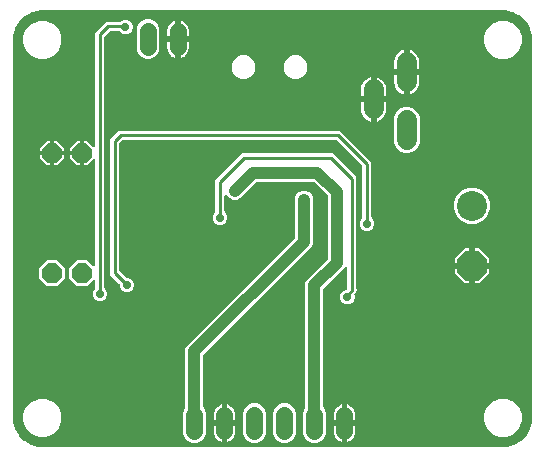
<source format=gbr>
G04 EAGLE Gerber RS-274X export*
G75*
%MOMM*%
%FSLAX34Y34*%
%LPD*%
%INBottom Copper*%
%IPPOS*%
%AMOC8*
5,1,8,0,0,1.08239X$1,22.5*%
G01*
%ADD10P,1.814519X8X292.500000*%
%ADD11C,2.540000*%
%ADD12P,2.749271X8X292.500000*%
%ADD13C,1.706400*%
%ADD14C,1.406400*%
%ADD15C,0.254000*%
%ADD16C,0.703200*%
%ADD17C,1.016000*%

G36*
X420021Y5083D02*
X420021Y5083D01*
X420083Y5083D01*
X423170Y5286D01*
X423213Y5294D01*
X423258Y5295D01*
X423415Y5326D01*
X429379Y6924D01*
X429458Y6957D01*
X429541Y6980D01*
X429664Y7040D01*
X429673Y7044D01*
X429677Y7047D01*
X429685Y7051D01*
X435032Y10138D01*
X435100Y10190D01*
X435174Y10233D01*
X435277Y10324D01*
X435285Y10330D01*
X435288Y10334D01*
X435295Y10340D01*
X439660Y14705D01*
X439713Y14773D01*
X439773Y14834D01*
X439849Y14948D01*
X439855Y14957D01*
X439857Y14961D01*
X439862Y14968D01*
X442949Y20315D01*
X442982Y20394D01*
X443024Y20468D01*
X443068Y20598D01*
X443072Y20608D01*
X443073Y20613D01*
X443076Y20621D01*
X444674Y26585D01*
X444680Y26628D01*
X444694Y26670D01*
X444714Y26830D01*
X444917Y29917D01*
X444915Y29938D01*
X444919Y30000D01*
X444919Y350000D01*
X444917Y350021D01*
X444917Y350083D01*
X444714Y353170D01*
X444706Y353213D01*
X444705Y353258D01*
X444674Y353415D01*
X443076Y359379D01*
X443043Y359458D01*
X443020Y359541D01*
X442960Y359664D01*
X442956Y359673D01*
X442953Y359677D01*
X442949Y359685D01*
X439862Y365032D01*
X439810Y365100D01*
X439767Y365174D01*
X439676Y365277D01*
X439670Y365285D01*
X439666Y365288D01*
X439660Y365295D01*
X435295Y369660D01*
X435227Y369713D01*
X435166Y369773D01*
X435052Y369849D01*
X435043Y369855D01*
X435039Y369857D01*
X435032Y369862D01*
X429685Y372949D01*
X429606Y372982D01*
X429532Y373024D01*
X429402Y373068D01*
X429392Y373072D01*
X429387Y373073D01*
X429379Y373076D01*
X423415Y374674D01*
X423372Y374680D01*
X423330Y374694D01*
X423170Y374714D01*
X420083Y374917D01*
X420062Y374915D01*
X420000Y374919D01*
X30000Y374919D01*
X29979Y374917D01*
X29917Y374917D01*
X26830Y374714D01*
X26787Y374706D01*
X26742Y374705D01*
X26585Y374674D01*
X20621Y373076D01*
X20542Y373043D01*
X20459Y373020D01*
X20336Y372960D01*
X20327Y372956D01*
X20323Y372953D01*
X20315Y372949D01*
X14968Y369862D01*
X14900Y369810D01*
X14826Y369767D01*
X14723Y369676D01*
X14715Y369670D01*
X14712Y369666D01*
X14705Y369660D01*
X10340Y365295D01*
X10287Y365227D01*
X10227Y365166D01*
X10151Y365052D01*
X10145Y365043D01*
X10143Y365039D01*
X10138Y365032D01*
X7051Y359685D01*
X7018Y359606D01*
X6976Y359532D01*
X6932Y359402D01*
X6928Y359392D01*
X6927Y359388D01*
X6924Y359379D01*
X5326Y353415D01*
X5320Y353372D01*
X5306Y353330D01*
X5286Y353170D01*
X5270Y352936D01*
X5083Y350083D01*
X5085Y350062D01*
X5081Y350000D01*
X5081Y30000D01*
X5083Y29979D01*
X5083Y29917D01*
X5286Y26830D01*
X5294Y26787D01*
X5295Y26742D01*
X5326Y26585D01*
X6924Y20621D01*
X6957Y20542D01*
X6980Y20459D01*
X7040Y20336D01*
X7044Y20327D01*
X7047Y20323D01*
X7051Y20315D01*
X10138Y14968D01*
X10190Y14900D01*
X10233Y14826D01*
X10324Y14723D01*
X10330Y14715D01*
X10334Y14712D01*
X10340Y14705D01*
X14705Y10340D01*
X14773Y10287D01*
X14834Y10227D01*
X14948Y10151D01*
X14957Y10145D01*
X14961Y10143D01*
X14968Y10138D01*
X20315Y7051D01*
X20394Y7018D01*
X20468Y6976D01*
X20537Y6952D01*
X20557Y6943D01*
X20575Y6940D01*
X20598Y6932D01*
X20608Y6928D01*
X20612Y6927D01*
X20621Y6924D01*
X26585Y5326D01*
X26628Y5320D01*
X26670Y5306D01*
X26830Y5286D01*
X29917Y5083D01*
X29938Y5085D01*
X30000Y5081D01*
X420000Y5081D01*
X420021Y5083D01*
G37*
%LPC*%
G36*
X258446Y8795D02*
X258446Y8795D01*
X254928Y10253D01*
X252235Y12946D01*
X250777Y16464D01*
X250777Y34336D01*
X252235Y37855D01*
X252357Y37977D01*
X252418Y38056D01*
X252486Y38128D01*
X252515Y38181D01*
X252552Y38229D01*
X252592Y38320D01*
X252640Y38406D01*
X252655Y38465D01*
X252679Y38520D01*
X252694Y38618D01*
X252719Y38714D01*
X252725Y38814D01*
X252729Y38835D01*
X252727Y38847D01*
X252729Y38875D01*
X252729Y143756D01*
X253889Y146557D01*
X271408Y164075D01*
X271468Y164153D01*
X271536Y164225D01*
X271565Y164278D01*
X271602Y164326D01*
X271642Y164417D01*
X271690Y164504D01*
X271705Y164562D01*
X271729Y164618D01*
X271744Y164716D01*
X271769Y164812D01*
X271775Y164912D01*
X271779Y164932D01*
X271777Y164944D01*
X271779Y164972D01*
X271779Y217298D01*
X271767Y217396D01*
X271764Y217495D01*
X271747Y217553D01*
X271739Y217613D01*
X271703Y217705D01*
X271675Y217800D01*
X271645Y217853D01*
X271622Y217909D01*
X271564Y217989D01*
X271514Y218074D01*
X271448Y218150D01*
X271436Y218166D01*
X271426Y218174D01*
X271408Y218195D01*
X260105Y229498D01*
X260027Y229558D01*
X259955Y229626D01*
X259902Y229655D01*
X259854Y229692D01*
X259763Y229732D01*
X259676Y229780D01*
X259618Y229795D01*
X259562Y229819D01*
X259464Y229834D01*
X259368Y229859D01*
X259268Y229865D01*
X259248Y229869D01*
X259236Y229867D01*
X259208Y229869D01*
X211962Y229869D01*
X211864Y229857D01*
X211765Y229854D01*
X211707Y229837D01*
X211647Y229829D01*
X211555Y229793D01*
X211460Y229765D01*
X211407Y229735D01*
X211351Y229712D01*
X211271Y229654D01*
X211186Y229604D01*
X211110Y229538D01*
X211094Y229526D01*
X211086Y229516D01*
X211065Y229498D01*
X197357Y215789D01*
X194556Y214629D01*
X191524Y214629D01*
X188723Y215789D01*
X186568Y217945D01*
X186558Y217962D01*
X186532Y218027D01*
X186480Y218100D01*
X186435Y218178D01*
X186387Y218228D01*
X186346Y218284D01*
X186276Y218342D01*
X186214Y218406D01*
X186154Y218443D01*
X186101Y218487D01*
X186019Y218525D01*
X185943Y218572D01*
X185876Y218593D01*
X185813Y218623D01*
X185725Y218640D01*
X185639Y218666D01*
X185569Y218669D01*
X185500Y218682D01*
X185411Y218677D01*
X185321Y218681D01*
X185253Y218667D01*
X185183Y218663D01*
X185098Y218635D01*
X185010Y218617D01*
X184947Y218586D01*
X184881Y218565D01*
X184805Y218517D01*
X184724Y218477D01*
X184671Y218432D01*
X184612Y218394D01*
X184550Y218329D01*
X184482Y218271D01*
X184442Y218214D01*
X184394Y218163D01*
X184351Y218084D01*
X184299Y218011D01*
X184274Y217945D01*
X184240Y217884D01*
X184218Y217798D01*
X184186Y217713D01*
X184178Y217644D01*
X184161Y217576D01*
X184151Y217416D01*
X184151Y204671D01*
X184163Y204572D01*
X184166Y204473D01*
X184183Y204415D01*
X184191Y204355D01*
X184227Y204263D01*
X184255Y204168D01*
X184285Y204116D01*
X184308Y204059D01*
X184366Y203979D01*
X184416Y203894D01*
X184482Y203818D01*
X184494Y203802D01*
X184504Y203794D01*
X184522Y203773D01*
X185475Y202821D01*
X186397Y200595D01*
X186397Y198185D01*
X185475Y195959D01*
X183771Y194255D01*
X181545Y193333D01*
X179135Y193333D01*
X176909Y194255D01*
X175205Y195959D01*
X174283Y198185D01*
X174283Y200595D01*
X175205Y202821D01*
X176158Y203773D01*
X176218Y203851D01*
X176286Y203923D01*
X176315Y203976D01*
X176352Y204024D01*
X176392Y204115D01*
X176440Y204202D01*
X176455Y204260D01*
X176479Y204316D01*
X176494Y204414D01*
X176519Y204510D01*
X176525Y204610D01*
X176529Y204630D01*
X176527Y204643D01*
X176529Y204671D01*
X176529Y231448D01*
X199082Y254001D01*
X275898Y254001D01*
X295911Y233988D01*
X295911Y139055D01*
X295920Y138981D01*
X295920Y138906D01*
X295949Y138747D01*
X296180Y137823D01*
X296092Y137676D01*
X296050Y137582D01*
X296000Y137492D01*
X295986Y137437D01*
X295963Y137385D01*
X295947Y137283D01*
X295921Y137184D01*
X295915Y137092D01*
X295912Y137071D01*
X295913Y137057D01*
X295911Y137023D01*
X295911Y136852D01*
X295237Y136178D01*
X295191Y136118D01*
X295137Y136066D01*
X295046Y135933D01*
X294312Y134710D01*
X294299Y134680D01*
X294279Y134652D01*
X294235Y134534D01*
X294184Y134419D01*
X294179Y134386D01*
X294167Y134355D01*
X294153Y134230D01*
X294132Y134105D01*
X294135Y134072D01*
X294131Y134039D01*
X294149Y133914D01*
X294160Y133789D01*
X294171Y133757D01*
X294176Y133724D01*
X294228Y133572D01*
X294347Y133285D01*
X294347Y130875D01*
X293425Y128649D01*
X291721Y126945D01*
X289495Y126023D01*
X287085Y126023D01*
X284859Y126945D01*
X283155Y128649D01*
X282233Y130875D01*
X282233Y133285D01*
X283155Y135511D01*
X284859Y137215D01*
X287223Y138194D01*
X287228Y138197D01*
X287233Y138198D01*
X287368Y138276D01*
X287500Y138352D01*
X287504Y138355D01*
X287508Y138358D01*
X287619Y138467D01*
X287728Y138573D01*
X287731Y138577D01*
X287735Y138581D01*
X287826Y138714D01*
X288108Y139184D01*
X288150Y139278D01*
X288200Y139368D01*
X288214Y139423D01*
X288237Y139475D01*
X288253Y139577D01*
X288279Y139676D01*
X288285Y139768D01*
X288288Y139789D01*
X288287Y139803D01*
X288289Y139837D01*
X288289Y156456D01*
X288281Y156525D01*
X288282Y156595D01*
X288261Y156682D01*
X288249Y156771D01*
X288224Y156836D01*
X288207Y156904D01*
X288165Y156984D01*
X288132Y157067D01*
X288091Y157123D01*
X288059Y157185D01*
X287998Y157252D01*
X287946Y157324D01*
X287892Y157369D01*
X287845Y157421D01*
X287770Y157470D01*
X287701Y157527D01*
X287637Y157557D01*
X287579Y157595D01*
X287494Y157624D01*
X287413Y157663D01*
X287344Y157676D01*
X287278Y157698D01*
X287189Y157706D01*
X287101Y157722D01*
X287031Y157718D01*
X286961Y157724D01*
X286873Y157708D01*
X286783Y157703D01*
X286717Y157681D01*
X286648Y157669D01*
X286566Y157632D01*
X286481Y157605D01*
X286422Y157567D01*
X286358Y157539D01*
X286288Y157483D01*
X286212Y157434D01*
X286164Y157384D01*
X286109Y157340D01*
X286055Y157268D01*
X285994Y157203D01*
X285960Y157142D01*
X285918Y157086D01*
X285865Y156978D01*
X268342Y139455D01*
X268282Y139377D01*
X268214Y139305D01*
X268185Y139252D01*
X268148Y139204D01*
X268108Y139113D01*
X268060Y139026D01*
X268045Y138968D01*
X268021Y138912D01*
X268006Y138814D01*
X267981Y138718D01*
X267975Y138618D01*
X267971Y138598D01*
X267973Y138586D01*
X267971Y138558D01*
X267971Y38875D01*
X267983Y38776D01*
X267986Y38678D01*
X268003Y38619D01*
X268011Y38559D01*
X268047Y38467D01*
X268075Y38372D01*
X268105Y38320D01*
X268128Y38264D01*
X268186Y38183D01*
X268236Y38098D01*
X268302Y38023D01*
X268314Y38006D01*
X268324Y37998D01*
X268343Y37977D01*
X268465Y37855D01*
X269923Y34336D01*
X269923Y16464D01*
X268465Y12946D01*
X265772Y10253D01*
X262254Y8795D01*
X258446Y8795D01*
G37*
%LPD*%
%LPC*%
G36*
X156846Y8795D02*
X156846Y8795D01*
X153328Y10253D01*
X150635Y12946D01*
X149177Y16464D01*
X149177Y34336D01*
X150635Y37855D01*
X150757Y37977D01*
X150818Y38056D01*
X150886Y38128D01*
X150915Y38181D01*
X150952Y38229D01*
X150992Y38320D01*
X151040Y38406D01*
X151055Y38465D01*
X151079Y38520D01*
X151094Y38618D01*
X151119Y38714D01*
X151125Y38814D01*
X151129Y38835D01*
X151127Y38847D01*
X151129Y38875D01*
X151129Y87876D01*
X152289Y90677D01*
X243468Y181855D01*
X243528Y181933D01*
X243596Y182005D01*
X243625Y182058D01*
X243662Y182106D01*
X243702Y182197D01*
X243750Y182284D01*
X243765Y182342D01*
X243789Y182398D01*
X243804Y182496D01*
X243829Y182592D01*
X243835Y182687D01*
X243837Y182695D01*
X243836Y182699D01*
X243839Y182712D01*
X243837Y182724D01*
X243839Y182752D01*
X243839Y216146D01*
X244999Y218947D01*
X247143Y221091D01*
X249944Y222251D01*
X252976Y222251D01*
X255777Y221091D01*
X257921Y218947D01*
X259081Y216146D01*
X259081Y177554D01*
X257921Y174753D01*
X166742Y83575D01*
X166682Y83497D01*
X166614Y83425D01*
X166585Y83372D01*
X166548Y83324D01*
X166508Y83233D01*
X166460Y83146D01*
X166445Y83088D01*
X166421Y83032D01*
X166406Y82934D01*
X166381Y82838D01*
X166375Y82738D01*
X166371Y82718D01*
X166373Y82706D01*
X166371Y82678D01*
X166371Y38875D01*
X166383Y38776D01*
X166386Y38678D01*
X166403Y38619D01*
X166411Y38559D01*
X166447Y38467D01*
X166475Y38372D01*
X166505Y38320D01*
X166528Y38264D01*
X166586Y38183D01*
X166636Y38098D01*
X166702Y38023D01*
X166714Y38006D01*
X166724Y37998D01*
X166743Y37977D01*
X166865Y37855D01*
X168323Y34336D01*
X168323Y16464D01*
X166865Y12946D01*
X164172Y10253D01*
X160654Y8795D01*
X156846Y8795D01*
G37*
%LPD*%
%LPC*%
G36*
X100395Y136183D02*
X100395Y136183D01*
X98169Y137105D01*
X96465Y138809D01*
X95543Y141035D01*
X95543Y142382D01*
X95531Y142480D01*
X95528Y142579D01*
X95511Y142637D01*
X95503Y142697D01*
X95467Y142789D01*
X95439Y142885D01*
X95409Y142937D01*
X95386Y142993D01*
X95328Y143073D01*
X95278Y143158D01*
X95212Y143234D01*
X95200Y143250D01*
X95190Y143258D01*
X95172Y143279D01*
X87629Y150822D01*
X87629Y265738D01*
X94942Y273051D01*
X282248Y273051D01*
X284852Y270447D01*
X308611Y246688D01*
X308611Y199591D01*
X308623Y199492D01*
X308626Y199393D01*
X308643Y199335D01*
X308651Y199275D01*
X308687Y199183D01*
X308715Y199088D01*
X308745Y199036D01*
X308768Y198979D01*
X308826Y198899D01*
X308876Y198814D01*
X308942Y198738D01*
X308954Y198722D01*
X308964Y198714D01*
X308982Y198693D01*
X309935Y197741D01*
X310857Y195515D01*
X310857Y193105D01*
X309935Y190879D01*
X308231Y189175D01*
X306005Y188253D01*
X303595Y188253D01*
X301369Y189175D01*
X299665Y190879D01*
X298743Y193105D01*
X298743Y195515D01*
X299665Y197741D01*
X300618Y198693D01*
X300678Y198771D01*
X300746Y198843D01*
X300775Y198896D01*
X300812Y198944D01*
X300852Y199035D01*
X300900Y199122D01*
X300915Y199180D01*
X300939Y199236D01*
X300954Y199334D01*
X300979Y199430D01*
X300985Y199530D01*
X300989Y199550D01*
X300987Y199563D01*
X300989Y199591D01*
X300989Y243006D01*
X300977Y243104D01*
X300974Y243203D01*
X300957Y243261D01*
X300949Y243321D01*
X300913Y243413D01*
X300885Y243509D01*
X300855Y243561D01*
X300832Y243617D01*
X300774Y243697D01*
X300724Y243782D01*
X300658Y243858D01*
X300646Y243874D01*
X300636Y243882D01*
X300618Y243903D01*
X279463Y265058D01*
X279385Y265118D01*
X279313Y265186D01*
X279260Y265215D01*
X279212Y265252D01*
X279121Y265292D01*
X279034Y265340D01*
X278976Y265355D01*
X278920Y265379D01*
X278822Y265394D01*
X278727Y265419D01*
X278626Y265425D01*
X278606Y265429D01*
X278594Y265427D01*
X278566Y265429D01*
X98624Y265429D01*
X98526Y265417D01*
X98427Y265414D01*
X98369Y265397D01*
X98309Y265389D01*
X98217Y265353D01*
X98121Y265325D01*
X98069Y265295D01*
X98013Y265272D01*
X97933Y265214D01*
X97848Y265164D01*
X97772Y265098D01*
X97756Y265086D01*
X97748Y265076D01*
X97727Y265058D01*
X95622Y262953D01*
X95562Y262875D01*
X95494Y262803D01*
X95465Y262750D01*
X95428Y262702D01*
X95388Y262611D01*
X95340Y262524D01*
X95325Y262466D01*
X95301Y262410D01*
X95286Y262312D01*
X95261Y262216D01*
X95255Y262116D01*
X95251Y262096D01*
X95253Y262084D01*
X95251Y262056D01*
X95251Y154504D01*
X95263Y154406D01*
X95266Y154307D01*
X95283Y154249D01*
X95291Y154189D01*
X95327Y154097D01*
X95355Y154001D01*
X95385Y153949D01*
X95408Y153893D01*
X95466Y153813D01*
X95516Y153728D01*
X95582Y153652D01*
X95594Y153636D01*
X95604Y153628D01*
X95622Y153607D01*
X100561Y148668D01*
X100639Y148608D01*
X100711Y148540D01*
X100764Y148511D01*
X100812Y148474D01*
X100903Y148434D01*
X100990Y148386D01*
X101048Y148371D01*
X101104Y148347D01*
X101202Y148332D01*
X101297Y148307D01*
X101398Y148301D01*
X101418Y148297D01*
X101430Y148299D01*
X101458Y148297D01*
X102805Y148297D01*
X105031Y147375D01*
X106735Y145671D01*
X107657Y143445D01*
X107657Y141035D01*
X106735Y138809D01*
X105031Y137105D01*
X102805Y136183D01*
X100395Y136183D01*
G37*
%LPD*%
%LPC*%
G36*
X77535Y128563D02*
X77535Y128563D01*
X75309Y129485D01*
X73605Y131189D01*
X72683Y133415D01*
X72683Y135825D01*
X73605Y138051D01*
X74558Y139003D01*
X74618Y139081D01*
X74686Y139153D01*
X74715Y139206D01*
X74752Y139254D01*
X74792Y139345D01*
X74840Y139432D01*
X74855Y139490D01*
X74879Y139546D01*
X74894Y139644D01*
X74919Y139740D01*
X74925Y139840D01*
X74929Y139860D01*
X74927Y139873D01*
X74929Y139901D01*
X74929Y145318D01*
X74912Y145456D01*
X74899Y145594D01*
X74892Y145613D01*
X74889Y145634D01*
X74838Y145763D01*
X74791Y145894D01*
X74780Y145910D01*
X74772Y145929D01*
X74691Y146042D01*
X74613Y146157D01*
X74597Y146170D01*
X74586Y146187D01*
X74478Y146275D01*
X74374Y146367D01*
X74356Y146376D01*
X74341Y146389D01*
X74215Y146449D01*
X74091Y146512D01*
X74071Y146516D01*
X74053Y146525D01*
X73917Y146551D01*
X73781Y146581D01*
X73760Y146581D01*
X73741Y146585D01*
X73602Y146576D01*
X73463Y146572D01*
X73443Y146566D01*
X73423Y146565D01*
X73291Y146522D01*
X73157Y146483D01*
X73140Y146473D01*
X73121Y146467D01*
X73003Y146392D01*
X72883Y146322D01*
X72862Y146303D01*
X72852Y146297D01*
X72838Y146282D01*
X72763Y146215D01*
X68024Y141477D01*
X58976Y141477D01*
X52577Y147876D01*
X52577Y156924D01*
X58976Y163323D01*
X68024Y163323D01*
X72763Y158585D01*
X72872Y158499D01*
X72979Y158411D01*
X72998Y158402D01*
X73014Y158390D01*
X73142Y158334D01*
X73267Y158275D01*
X73287Y158271D01*
X73306Y158263D01*
X73444Y158241D01*
X73580Y158215D01*
X73600Y158217D01*
X73620Y158213D01*
X73759Y158226D01*
X73897Y158235D01*
X73916Y158241D01*
X73936Y158243D01*
X74068Y158290D01*
X74199Y158333D01*
X74217Y158344D01*
X74236Y158351D01*
X74351Y158429D01*
X74468Y158503D01*
X74482Y158518D01*
X74499Y158529D01*
X74591Y158634D01*
X74686Y158735D01*
X74696Y158753D01*
X74709Y158768D01*
X74773Y158892D01*
X74840Y159013D01*
X74845Y159033D01*
X74854Y159051D01*
X74884Y159187D01*
X74919Y159321D01*
X74921Y159349D01*
X74924Y159361D01*
X74923Y159382D01*
X74929Y159482D01*
X74929Y247636D01*
X74912Y247774D01*
X74899Y247913D01*
X74892Y247932D01*
X74889Y247952D01*
X74838Y248081D01*
X74791Y248212D01*
X74780Y248229D01*
X74772Y248248D01*
X74691Y248360D01*
X74613Y248475D01*
X74597Y248489D01*
X74586Y248505D01*
X74478Y248594D01*
X74374Y248686D01*
X74356Y248695D01*
X74341Y248708D01*
X74215Y248767D01*
X74091Y248830D01*
X74071Y248835D01*
X74053Y248843D01*
X73917Y248869D01*
X73781Y248900D01*
X73760Y248899D01*
X73741Y248903D01*
X73602Y248894D01*
X73463Y248890D01*
X73443Y248885D01*
X73423Y248883D01*
X73291Y248841D01*
X73157Y248802D01*
X73140Y248792D01*
X73121Y248785D01*
X73003Y248711D01*
X72883Y248640D01*
X72862Y248622D01*
X72852Y248615D01*
X72838Y248600D01*
X72763Y248534D01*
X67814Y243585D01*
X65531Y243585D01*
X65531Y253238D01*
X65516Y253356D01*
X65509Y253475D01*
X65496Y253513D01*
X65491Y253553D01*
X65448Y253664D01*
X65411Y253777D01*
X65389Y253811D01*
X65374Y253849D01*
X65305Y253945D01*
X65271Y253997D01*
X65288Y254015D01*
X65308Y254050D01*
X65333Y254082D01*
X65384Y254189D01*
X65442Y254294D01*
X65452Y254333D01*
X65469Y254369D01*
X65491Y254486D01*
X65521Y254602D01*
X65525Y254662D01*
X65529Y254682D01*
X65527Y254702D01*
X65531Y254762D01*
X65531Y264415D01*
X67814Y264415D01*
X72763Y259466D01*
X72872Y259381D01*
X72979Y259292D01*
X72998Y259284D01*
X73014Y259271D01*
X73142Y259216D01*
X73267Y259157D01*
X73287Y259153D01*
X73306Y259145D01*
X73444Y259123D01*
X73580Y259097D01*
X73600Y259098D01*
X73620Y259095D01*
X73759Y259108D01*
X73897Y259117D01*
X73916Y259123D01*
X73936Y259125D01*
X74068Y259172D01*
X74199Y259215D01*
X74217Y259226D01*
X74236Y259232D01*
X74351Y259310D01*
X74468Y259385D01*
X74482Y259400D01*
X74499Y259411D01*
X74591Y259515D01*
X74686Y259616D01*
X74696Y259634D01*
X74709Y259649D01*
X74773Y259774D01*
X74840Y259895D01*
X74845Y259915D01*
X74854Y259933D01*
X74884Y260068D01*
X74919Y260203D01*
X74921Y260231D01*
X74924Y260243D01*
X74923Y260263D01*
X74929Y260364D01*
X74929Y356028D01*
X84012Y365111D01*
X95669Y365111D01*
X95768Y365123D01*
X95867Y365126D01*
X95925Y365143D01*
X95985Y365151D01*
X96077Y365187D01*
X96172Y365215D01*
X96224Y365245D01*
X96281Y365268D01*
X96361Y365326D01*
X96446Y365376D01*
X96522Y365442D01*
X96538Y365454D01*
X96546Y365464D01*
X96567Y365482D01*
X96899Y365815D01*
X99125Y366737D01*
X101535Y366737D01*
X103761Y365815D01*
X105465Y364111D01*
X106387Y361885D01*
X106387Y359475D01*
X105465Y357249D01*
X103761Y355545D01*
X101535Y354623D01*
X99125Y354623D01*
X96899Y355545D01*
X95327Y357118D01*
X95249Y357178D01*
X95177Y357246D01*
X95124Y357275D01*
X95076Y357312D01*
X94985Y357352D01*
X94898Y357400D01*
X94840Y357415D01*
X94784Y357439D01*
X94686Y357454D01*
X94590Y357479D01*
X94490Y357485D01*
X94470Y357489D01*
X94457Y357487D01*
X94429Y357489D01*
X87694Y357489D01*
X87596Y357477D01*
X87497Y357474D01*
X87439Y357457D01*
X87379Y357449D01*
X87287Y357413D01*
X87191Y357385D01*
X87139Y357355D01*
X87083Y357332D01*
X87003Y357274D01*
X86918Y357224D01*
X86842Y357158D01*
X86826Y357146D01*
X86818Y357136D01*
X86797Y357118D01*
X82922Y353243D01*
X82862Y353165D01*
X82794Y353093D01*
X82765Y353040D01*
X82728Y352992D01*
X82688Y352901D01*
X82640Y352814D01*
X82625Y352756D01*
X82601Y352700D01*
X82586Y352602D01*
X82561Y352506D01*
X82555Y352406D01*
X82551Y352386D01*
X82553Y352374D01*
X82551Y352346D01*
X82551Y139901D01*
X82563Y139802D01*
X82566Y139703D01*
X82583Y139645D01*
X82591Y139585D01*
X82627Y139493D01*
X82655Y139398D01*
X82685Y139346D01*
X82708Y139289D01*
X82766Y139209D01*
X82816Y139124D01*
X82882Y139048D01*
X82894Y139032D01*
X82904Y139024D01*
X82922Y139003D01*
X83875Y138051D01*
X84797Y135825D01*
X84797Y133415D01*
X83875Y131189D01*
X82171Y129485D01*
X79945Y128563D01*
X77535Y128563D01*
G37*
%LPD*%
%LPC*%
G36*
X416801Y333919D02*
X416801Y333919D01*
X410891Y336367D01*
X406367Y340891D01*
X403919Y346801D01*
X403919Y353199D01*
X406367Y359109D01*
X410891Y363633D01*
X416801Y366081D01*
X423199Y366081D01*
X429109Y363633D01*
X433633Y359109D01*
X436081Y353199D01*
X436081Y346801D01*
X433633Y340891D01*
X429109Y336367D01*
X423199Y333919D01*
X416801Y333919D01*
G37*
%LPD*%
%LPC*%
G36*
X26801Y333919D02*
X26801Y333919D01*
X20891Y336367D01*
X16367Y340891D01*
X13919Y346801D01*
X13919Y353199D01*
X16367Y359109D01*
X20891Y363633D01*
X26801Y366081D01*
X33199Y366081D01*
X39109Y363633D01*
X43633Y359109D01*
X46081Y353199D01*
X46081Y346801D01*
X43633Y340891D01*
X39109Y336367D01*
X33199Y333919D01*
X26801Y333919D01*
G37*
%LPD*%
%LPC*%
G36*
X26801Y13919D02*
X26801Y13919D01*
X20891Y16367D01*
X16367Y20891D01*
X13919Y26801D01*
X13919Y33199D01*
X16367Y39109D01*
X20891Y43633D01*
X26801Y46081D01*
X33199Y46081D01*
X39109Y43633D01*
X43633Y39109D01*
X46081Y33199D01*
X46081Y26801D01*
X43633Y20891D01*
X39109Y16367D01*
X33199Y13919D01*
X26801Y13919D01*
G37*
%LPD*%
%LPC*%
G36*
X416801Y13919D02*
X416801Y13919D01*
X410891Y16367D01*
X406367Y20891D01*
X403919Y26801D01*
X403919Y33199D01*
X406367Y39109D01*
X410891Y43633D01*
X416801Y46081D01*
X423199Y46081D01*
X429109Y43633D01*
X433633Y39109D01*
X436081Y33199D01*
X436081Y26801D01*
X433633Y20891D01*
X429109Y16367D01*
X423199Y13919D01*
X416801Y13919D01*
G37*
%LPD*%
%LPC*%
G36*
X336217Y253935D02*
X336217Y253935D01*
X332148Y255621D01*
X329033Y258736D01*
X327347Y262805D01*
X327347Y284275D01*
X329033Y288344D01*
X332148Y291459D01*
X336217Y293145D01*
X340623Y293145D01*
X344692Y291459D01*
X347807Y288344D01*
X349493Y284275D01*
X349493Y262805D01*
X347807Y258736D01*
X344692Y255621D01*
X340623Y253935D01*
X336217Y253935D01*
G37*
%LPD*%
%LPC*%
G36*
X390668Y194309D02*
X390668Y194309D01*
X385067Y196630D01*
X380780Y200917D01*
X378459Y206518D01*
X378459Y212582D01*
X380780Y218183D01*
X385067Y222470D01*
X390668Y224791D01*
X396732Y224791D01*
X402333Y222470D01*
X406620Y218183D01*
X408941Y212582D01*
X408941Y206518D01*
X406620Y200917D01*
X402333Y196630D01*
X396732Y194309D01*
X390668Y194309D01*
G37*
%LPD*%
%LPC*%
G36*
X117476Y333915D02*
X117476Y333915D01*
X113958Y335373D01*
X111265Y338066D01*
X109807Y341584D01*
X109807Y359456D01*
X111265Y362974D01*
X113958Y365667D01*
X117476Y367125D01*
X121284Y367125D01*
X124802Y365667D01*
X127495Y362974D01*
X128953Y359456D01*
X128953Y341584D01*
X127495Y338066D01*
X124802Y335373D01*
X121284Y333915D01*
X117476Y333915D01*
G37*
%LPD*%
%LPC*%
G36*
X207646Y8795D02*
X207646Y8795D01*
X204128Y10253D01*
X201435Y12946D01*
X199977Y16464D01*
X199977Y34336D01*
X201435Y37854D01*
X204128Y40547D01*
X207646Y42005D01*
X211454Y42005D01*
X214972Y40547D01*
X217665Y37854D01*
X219123Y34336D01*
X219123Y16464D01*
X217665Y12946D01*
X214972Y10253D01*
X211454Y8795D01*
X207646Y8795D01*
G37*
%LPD*%
%LPC*%
G36*
X233046Y8795D02*
X233046Y8795D01*
X229528Y10253D01*
X226835Y12946D01*
X225377Y16464D01*
X225377Y34336D01*
X226835Y37854D01*
X229528Y40547D01*
X233046Y42005D01*
X236854Y42005D01*
X240372Y40547D01*
X243065Y37854D01*
X244523Y34336D01*
X244523Y16464D01*
X243065Y12946D01*
X240372Y10253D01*
X236854Y8795D01*
X233046Y8795D01*
G37*
%LPD*%
%LPC*%
G36*
X33576Y141477D02*
X33576Y141477D01*
X27177Y147876D01*
X27177Y156924D01*
X33576Y163323D01*
X42624Y163323D01*
X49023Y156924D01*
X49023Y147876D01*
X42624Y141477D01*
X33576Y141477D01*
G37*
%LPD*%
%LPC*%
G36*
X242245Y316469D02*
X242245Y316469D01*
X238540Y318004D01*
X235704Y320840D01*
X234169Y324545D01*
X234169Y328555D01*
X235704Y332260D01*
X238540Y335096D01*
X242245Y336631D01*
X246255Y336631D01*
X249960Y335096D01*
X252796Y332260D01*
X254331Y328555D01*
X254331Y324545D01*
X252796Y320840D01*
X249960Y318004D01*
X246255Y316469D01*
X242245Y316469D01*
G37*
%LPD*%
%LPC*%
G36*
X198245Y316469D02*
X198245Y316469D01*
X194540Y318004D01*
X191704Y320840D01*
X190169Y324545D01*
X190169Y328555D01*
X191704Y332260D01*
X194540Y335096D01*
X198245Y336631D01*
X202255Y336631D01*
X205960Y335096D01*
X208796Y332260D01*
X210331Y328555D01*
X210331Y324545D01*
X208796Y320840D01*
X205960Y318004D01*
X202255Y316469D01*
X198245Y316469D01*
G37*
%LPD*%
%LPC*%
G36*
X396239Y161289D02*
X396239Y161289D01*
X396239Y173483D01*
X399802Y173483D01*
X408433Y164852D01*
X408433Y161289D01*
X396239Y161289D01*
G37*
%LPD*%
%LPC*%
G36*
X396239Y156211D02*
X396239Y156211D01*
X408433Y156211D01*
X408433Y152648D01*
X399802Y144017D01*
X396239Y144017D01*
X396239Y156211D01*
G37*
%LPD*%
%LPC*%
G36*
X378967Y161289D02*
X378967Y161289D01*
X378967Y164852D01*
X387598Y173483D01*
X391161Y173483D01*
X391161Y161289D01*
X378967Y161289D01*
G37*
%LPD*%
%LPC*%
G36*
X387598Y144017D02*
X387598Y144017D01*
X378967Y152648D01*
X378967Y156211D01*
X391161Y156211D01*
X391161Y144017D01*
X387598Y144017D01*
G37*
%LPD*%
%LPC*%
G36*
X312959Y302079D02*
X312959Y302079D01*
X312959Y318355D01*
X314475Y317863D01*
X315957Y317108D01*
X317082Y316290D01*
X317083Y316290D01*
X317302Y316130D01*
X318478Y314954D01*
X319456Y313609D01*
X320211Y312127D01*
X320725Y310546D01*
X320985Y308903D01*
X320985Y302079D01*
X312959Y302079D01*
G37*
%LPD*%
%LPC*%
G36*
X340959Y325079D02*
X340959Y325079D01*
X340959Y341355D01*
X342475Y340863D01*
X343957Y340108D01*
X345302Y339130D01*
X346478Y337954D01*
X347456Y336609D01*
X348211Y335127D01*
X348725Y333546D01*
X348985Y331903D01*
X348985Y325079D01*
X340959Y325079D01*
G37*
%LPD*%
%LPC*%
G36*
X312959Y297001D02*
X312959Y297001D01*
X320985Y297001D01*
X320985Y290177D01*
X320725Y288534D01*
X320211Y286953D01*
X319456Y285471D01*
X318478Y284126D01*
X317302Y282950D01*
X315957Y281972D01*
X314475Y281217D01*
X312959Y280725D01*
X312959Y297001D01*
G37*
%LPD*%
%LPC*%
G36*
X340959Y320001D02*
X340959Y320001D01*
X348985Y320001D01*
X348985Y313177D01*
X348725Y311534D01*
X348211Y309953D01*
X347456Y308471D01*
X346478Y307126D01*
X345302Y305950D01*
X343957Y304972D01*
X342475Y304217D01*
X340959Y303725D01*
X340959Y320001D01*
G37*
%LPD*%
%LPC*%
G36*
X299855Y302079D02*
X299855Y302079D01*
X299855Y308903D01*
X300115Y310546D01*
X300629Y312127D01*
X301384Y313609D01*
X302362Y314954D01*
X303538Y316130D01*
X304883Y317108D01*
X306365Y317863D01*
X307881Y318355D01*
X307881Y302079D01*
X299855Y302079D01*
G37*
%LPD*%
%LPC*%
G36*
X327855Y325079D02*
X327855Y325079D01*
X327855Y331903D01*
X328115Y333546D01*
X328629Y335127D01*
X329384Y336609D01*
X330362Y337954D01*
X331538Y339130D01*
X332883Y340108D01*
X334365Y340863D01*
X335881Y341355D01*
X335881Y325079D01*
X327855Y325079D01*
G37*
%LPD*%
%LPC*%
G36*
X306365Y281217D02*
X306365Y281217D01*
X304883Y281972D01*
X303538Y282950D01*
X302362Y284126D01*
X301384Y285471D01*
X300629Y286953D01*
X300115Y288534D01*
X299855Y290177D01*
X299855Y297001D01*
X307881Y297001D01*
X307881Y280725D01*
X306365Y281217D01*
G37*
%LPD*%
%LPC*%
G36*
X334365Y304217D02*
X334365Y304217D01*
X332883Y304972D01*
X331538Y305950D01*
X330362Y307126D01*
X329384Y308471D01*
X328629Y309953D01*
X328115Y311534D01*
X327855Y313177D01*
X327855Y320001D01*
X335881Y320001D01*
X335881Y303725D01*
X334365Y304217D01*
G37*
%LPD*%
%LPC*%
G36*
X147279Y353019D02*
X147279Y353019D01*
X147279Y366271D01*
X148260Y365953D01*
X149531Y365305D01*
X150685Y364466D01*
X151694Y363457D01*
X152533Y362303D01*
X153181Y361032D01*
X153622Y359675D01*
X153845Y358265D01*
X153845Y353019D01*
X147279Y353019D01*
G37*
%LPD*%
%LPC*%
G36*
X186649Y27899D02*
X186649Y27899D01*
X186649Y41151D01*
X187630Y40833D01*
X188901Y40185D01*
X190055Y39346D01*
X191064Y38337D01*
X191903Y37183D01*
X192551Y35912D01*
X192992Y34555D01*
X193215Y33145D01*
X193215Y27899D01*
X186649Y27899D01*
G37*
%LPD*%
%LPC*%
G36*
X288249Y27899D02*
X288249Y27899D01*
X288249Y41151D01*
X289230Y40833D01*
X290501Y40185D01*
X291655Y39346D01*
X292664Y38337D01*
X293503Y37183D01*
X294151Y35912D01*
X294592Y34555D01*
X294815Y33145D01*
X294815Y27899D01*
X288249Y27899D01*
G37*
%LPD*%
%LPC*%
G36*
X288249Y22901D02*
X288249Y22901D01*
X294815Y22901D01*
X294815Y17655D01*
X294592Y16245D01*
X294151Y14888D01*
X293503Y13617D01*
X292664Y12463D01*
X291655Y11454D01*
X290501Y10615D01*
X289230Y9967D01*
X288249Y9649D01*
X288249Y22901D01*
G37*
%LPD*%
%LPC*%
G36*
X186649Y22901D02*
X186649Y22901D01*
X193215Y22901D01*
X193215Y17655D01*
X192992Y16245D01*
X192551Y14888D01*
X191903Y13617D01*
X191064Y12463D01*
X190055Y11454D01*
X188901Y10615D01*
X187630Y9967D01*
X186649Y9649D01*
X186649Y22901D01*
G37*
%LPD*%
%LPC*%
G36*
X147279Y348021D02*
X147279Y348021D01*
X153845Y348021D01*
X153845Y342775D01*
X153622Y341365D01*
X153358Y340556D01*
X153358Y340555D01*
X153181Y340008D01*
X152533Y338737D01*
X151694Y337583D01*
X150685Y336574D01*
X149531Y335735D01*
X148260Y335087D01*
X147279Y334769D01*
X147279Y348021D01*
G37*
%LPD*%
%LPC*%
G36*
X135715Y353019D02*
X135715Y353019D01*
X135715Y358265D01*
X135938Y359675D01*
X136379Y361032D01*
X137027Y362303D01*
X137866Y363457D01*
X138875Y364466D01*
X140029Y365305D01*
X141300Y365953D01*
X142281Y366271D01*
X142281Y353019D01*
X135715Y353019D01*
G37*
%LPD*%
%LPC*%
G36*
X175085Y27899D02*
X175085Y27899D01*
X175085Y33145D01*
X175308Y34555D01*
X175749Y35912D01*
X176397Y37183D01*
X177236Y38337D01*
X178245Y39346D01*
X179399Y40185D01*
X180670Y40833D01*
X181651Y41151D01*
X181651Y27899D01*
X175085Y27899D01*
G37*
%LPD*%
%LPC*%
G36*
X276685Y27899D02*
X276685Y27899D01*
X276685Y33145D01*
X276908Y34555D01*
X277349Y35912D01*
X277997Y37183D01*
X278836Y38337D01*
X279845Y39346D01*
X280999Y40185D01*
X282270Y40833D01*
X283251Y41151D01*
X283251Y27899D01*
X276685Y27899D01*
G37*
%LPD*%
%LPC*%
G36*
X141300Y335087D02*
X141300Y335087D01*
X140029Y335735D01*
X138875Y336574D01*
X137866Y337583D01*
X137027Y338737D01*
X136379Y340008D01*
X135938Y341365D01*
X135715Y342775D01*
X135715Y348021D01*
X142281Y348021D01*
X142281Y334769D01*
X141300Y335087D01*
G37*
%LPD*%
%LPC*%
G36*
X282270Y9967D02*
X282270Y9967D01*
X280999Y10615D01*
X279845Y11454D01*
X278836Y12463D01*
X277997Y13617D01*
X277349Y14888D01*
X276908Y16245D01*
X276685Y17655D01*
X276685Y22901D01*
X283251Y22901D01*
X283251Y9649D01*
X282270Y9967D01*
G37*
%LPD*%
%LPC*%
G36*
X180670Y9967D02*
X180670Y9967D01*
X179399Y10615D01*
X178245Y11454D01*
X177236Y12463D01*
X176397Y13617D01*
X175749Y14888D01*
X175308Y16245D01*
X175085Y17655D01*
X175085Y22901D01*
X181651Y22901D01*
X181651Y9649D01*
X180670Y9967D01*
G37*
%LPD*%
%LPC*%
G36*
X40131Y256031D02*
X40131Y256031D01*
X40131Y264415D01*
X42414Y264415D01*
X48515Y258314D01*
X48515Y256031D01*
X40131Y256031D01*
G37*
%LPD*%
%LPC*%
G36*
X27685Y256031D02*
X27685Y256031D01*
X27685Y258314D01*
X33786Y264415D01*
X36069Y264415D01*
X36069Y256031D01*
X27685Y256031D01*
G37*
%LPD*%
%LPC*%
G36*
X40131Y243585D02*
X40131Y243585D01*
X40131Y251969D01*
X48515Y251969D01*
X48515Y249686D01*
X42414Y243585D01*
X40131Y243585D01*
G37*
%LPD*%
%LPC*%
G36*
X53085Y256031D02*
X53085Y256031D01*
X53085Y258314D01*
X59186Y264415D01*
X61469Y264415D01*
X61469Y256031D01*
X53085Y256031D01*
G37*
%LPD*%
%LPC*%
G36*
X33786Y243585D02*
X33786Y243585D01*
X27685Y249686D01*
X27685Y251969D01*
X36069Y251969D01*
X36069Y243585D01*
X33786Y243585D01*
G37*
%LPD*%
%LPC*%
G36*
X59186Y243585D02*
X59186Y243585D01*
X53085Y249686D01*
X53085Y251969D01*
X61469Y251969D01*
X61469Y243585D01*
X59186Y243585D01*
G37*
%LPD*%
%LPC*%
G36*
X310419Y299539D02*
X310419Y299539D01*
X310419Y299541D01*
X310421Y299541D01*
X310421Y299539D01*
X310419Y299539D01*
G37*
%LPD*%
%LPC*%
G36*
X393699Y158749D02*
X393699Y158749D01*
X393699Y158751D01*
X393701Y158751D01*
X393701Y158749D01*
X393699Y158749D01*
G37*
%LPD*%
%LPC*%
G36*
X338419Y322539D02*
X338419Y322539D01*
X338419Y322541D01*
X338421Y322541D01*
X338421Y322539D01*
X338419Y322539D01*
G37*
%LPD*%
D10*
X38100Y254000D03*
X38100Y152400D03*
D11*
X393700Y209550D03*
D12*
X393700Y158750D03*
D13*
X338420Y314008D02*
X338420Y331072D01*
X338420Y282072D02*
X338420Y265008D01*
X310420Y291008D02*
X310420Y308072D01*
D14*
X144780Y343488D02*
X144780Y357552D01*
X119380Y357552D02*
X119380Y343488D01*
X209550Y32432D02*
X209550Y18368D01*
X234950Y18368D02*
X234950Y32432D01*
X260350Y32432D02*
X260350Y18368D01*
X285750Y18368D02*
X285750Y32432D01*
X158750Y32432D02*
X158750Y18368D01*
X184150Y18368D02*
X184150Y32432D01*
D10*
X63500Y254000D03*
X63500Y152400D03*
D15*
X137160Y102870D02*
X119380Y81280D01*
X160020Y148590D02*
X162560Y148590D01*
D16*
X255270Y156210D03*
X257810Y166370D03*
X266700Y177800D03*
X119380Y81280D03*
X222250Y198120D03*
X241300Y132080D03*
X162560Y148590D03*
X127000Y254000D03*
X222250Y182880D03*
X214630Y190500D03*
X229870Y190500D03*
D15*
X180340Y199390D02*
X180340Y229870D01*
X200660Y250190D01*
X274320Y250190D01*
X292100Y232410D01*
X292100Y138430D01*
X288290Y132080D01*
D16*
X180340Y199390D03*
X288290Y132080D03*
D15*
X78740Y134620D02*
X78740Y354450D01*
X85590Y361300D01*
X99710Y361300D01*
X100330Y360680D01*
D16*
X78740Y134620D03*
X100330Y360680D03*
D15*
X304800Y245110D02*
X304800Y194310D01*
X304800Y245110D02*
X280670Y269240D01*
X96520Y269240D01*
X91440Y264160D01*
X91440Y152400D01*
X101600Y142240D01*
D16*
X304800Y194310D03*
X101600Y142240D03*
D17*
X260350Y142240D02*
X260350Y25400D01*
X260350Y142240D02*
X279400Y161290D01*
X279400Y220980D01*
X262890Y237490D01*
X208280Y237490D01*
X193040Y222250D01*
D16*
X193040Y222250D03*
D17*
X158750Y86360D02*
X158750Y25400D01*
X158750Y86360D02*
X251460Y179070D01*
X251460Y214630D01*
D16*
X251460Y214630D03*
M02*

</source>
